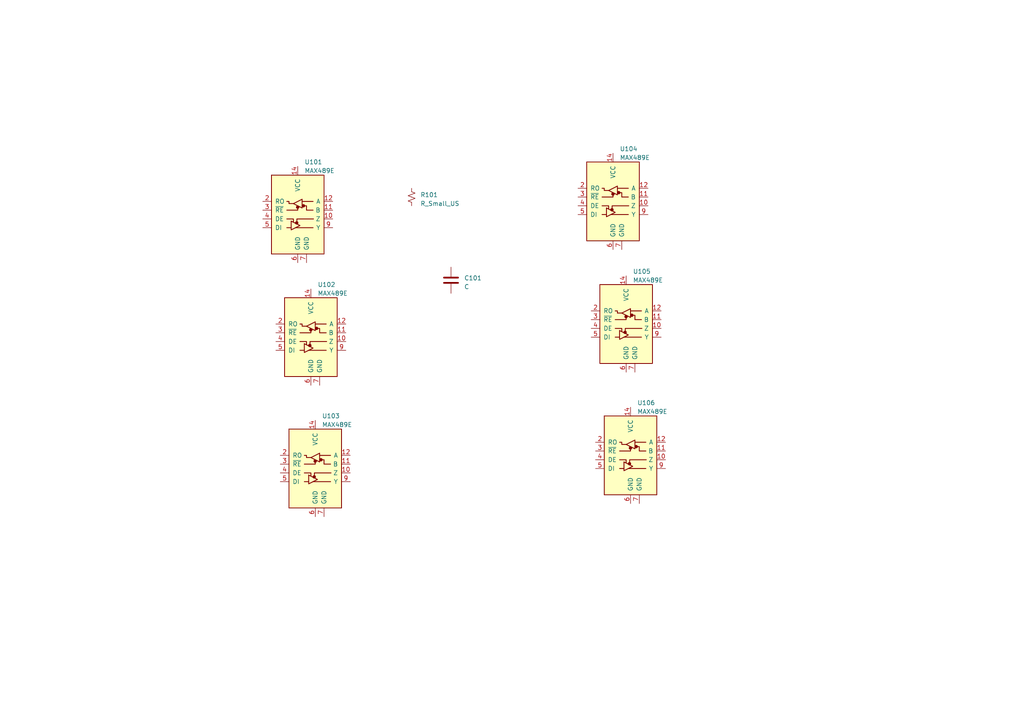
<source format=kicad_sch>
(kicad_sch (version 20230121) (generator eeschema)
  (paper "A4")
  (lib_symbols
    (symbol "Device:C" (pin_numbers hide) (pin_names (offset 0.254))
      (property "Reference" "C" (at 0.635 2.54 0))
      (property "Value" "C" (at 0.635 -2.54 0))
      (symbol "C_0_1"
        (polyline (pts (xy -2.032 -0.762) (xy 2.032 -0.762)) (stroke (width 0.508)))
        (polyline (pts (xy -2.032 0.762) (xy 2.032 0.762)) (stroke (width 0.508)))
      )
      (symbol "C_1_1"
        (pin passive line (at 0 3.81 270) (length 2.794) (name "~") (number "1"))
        (pin passive line (at 0 -3.81 90) (length 2.794) (name "~") (number "2"))
      )
    )
    (symbol "Device:R_Small_US" (pin_numbers hide) (pin_names (offset 0.254) hide)
      (property "Reference" "R" (at 0.762 0.508 0))
      (property "Value" "R_Small_US" (at 0.762 -1.016 0))
      (symbol "R_Small_US_1_1"
        (polyline (pts (xy 0 0) (xy 1.016 -0.381) (xy 0 -0.762) (xy -1.016 -1.143) (xy 0 -1.524)))
        (polyline (pts (xy 0 1.524) (xy 1.016 1.143) (xy 0 0.762) (xy -1.016 0.381) (xy 0 0)))
        (pin passive line (at 0 2.54 270) (length 1.016) (name "~") (number "1"))
        (pin passive line (at 0 -2.54 90) (length 1.016) (name "~") (number "2"))
      )
    )
    (symbol "Interface_UART:MAX489E" (pin_names (offset 1.016))
      (property "Reference" "U" (at -6.096 11.43 0))
      (property "Value" "MAX489E" (at 0.762 11.43 0))
      (symbol "MAX489E_0_1"
        (rectangle (start -7.62 10.16) (end 7.62 -12.7) (stroke (width 0.254)) (fill (type background)))
        (circle (center -0.3048 -3.683) (radius 0.3556) (stroke (width 0.254)) (fill (type outline)))
        (circle (center -0.0254 0.8636) (radius 0.3556) (stroke (width 0.254)) (fill (type outline)))
        (polyline (pts (xy -3.175 -5.08) (xy -1.905 -5.08)) (stroke (width 0.254)))
        (polyline (pts (xy -1.27 -3.2004) (xy -1.27 -3.4544)) (stroke (width 0.254)))
        (polyline (pts (xy -0.635 -5.08) (xy 4.445 -5.08)) (stroke (width 0.254)))
        (polyline (pts (xy 1.27 2.54) (xy 4.445 2.54)) (stroke (width 0.254)))
        (polyline (pts (xy -3.175 -2.54) (xy -1.27 -2.54) (xy -1.27 -3.175)) (stroke (width 0.254)))
        (polyline (pts (xy -0.254 -3.556) (xy -0.254 -2.54) (xy 4.572 -2.54)) (stroke (width 0.254)))
        (polyline (pts (xy 0 0.635) (xy 0 0) (xy -3.175 0)) (stroke (width 0.254)))
        (polyline (pts (xy -1.905 -3.175) (xy -1.905 -5.715) (xy 0.635 -4.445) (xy -1.905 -3.175)) (stroke (width 0.254)))
        (polyline (pts (xy -1.27 1.905) (xy -2.54 1.905) (xy -2.54 2.54) (xy -3.175 2.54)) (stroke (width 0.254)))
        (polyline (pts (xy -1.27 1.905) (xy 1.27 3.175) (xy 1.27 0.635) (xy -1.27 1.905)) (stroke (width 0.254)))
        (polyline (pts (xy 1.905 1.27) (xy 2.54 1.27) (xy 2.54 0) (xy 4.445 0)) (stroke (width 0.254)))
        (circle (center 1.651 1.27) (radius 0.3556) (stroke (width 0.254)) (fill (type outline)))
      )
      (symbol "MAX489E_1_1"
        (pin no_connect line (at -7.62 7.62 0) (length 2.54) hide (name "NC") (number "1"))
        (pin output line (at 10.16 -2.54 180) (length 2.54) (name "Z") (number "10"))
        (pin input line (at 10.16 0 180) (length 2.54) (name "B") (number "11"))
        (pin input line (at 10.16 2.54 180) (length 2.54) (name "A") (number "12"))
        (pin no_connect line (at 7.62 7.62 180) (length 2.54) hide (name "NC") (number "13"))
        (pin power_in line (at 0 12.7 270) (length 2.54) (name "VCC") (number "14"))
        (pin output line (at -10.16 2.54 0) (length 2.54) (name "RO") (number "2"))
        (pin input line (at -10.16 0 0) (length 2.54) (name "~{RE}") (number "3"))
        (pin input line (at -10.16 -2.54 0) (length 2.54) (name "DE") (number "4"))
        (pin input line (at -10.16 -5.08 0) (length 2.54) (name "DI") (number "5"))
        (pin power_in line (at 0 -15.24 90) (length 2.54) (name "GND") (number "6"))
        (pin power_in line (at 2.54 -15.24 90) (length 2.54) (name "GND") (number "7"))
        (pin no_connect line (at 7.62 -10.16 180) (length 2.54) hide (name "NC") (number "8"))
        (pin output line (at 10.16 -5.08 180) (length 2.54) (name "Y") (number "9"))
      )
    )
  )
  (symbol (lib_id "Interface_UART:MAX489E") (at 181.61 92.71 0) (unit 1)
    (property "Reference" "U105" (at 183.5659 78.74 0) (effects (justify left)))
    (property "Value" "MAX489E" (at 183.5659 81.28 0) (effects (justify left)))
    (property "Datasheet" "https://datasheets.maximintegrated.com/en/ds/MAX1487E-MAX491E.pdf" (effects hide))
  )
  (symbol (lib_id "Device:C") (at 130.81 81.28 0) (unit 1)
    (property "Reference" "C101" (at 134.62 80.645 0) (effects (justify left)))
    (property "Value" "C" (at 134.62 83.185 0) (effects (justify left)))
  )
  (symbol (lib_id "Interface_UART:MAX489E") (at 90.17 96.52 0) (unit 1)
    (property "Reference" "U102" (at 92.1259 82.55 0) (effects (justify left)))
    (property "Value" "MAX489E" (at 92.1259 85.09 0) (effects (justify left)))
    (property "Datasheet" "https://datasheets.maximintegrated.com/en/ds/MAX1487E-MAX491E.pdf" (effects hide))
  )
  (symbol (lib_id "Interface_UART:MAX489E") (at 182.88 130.81 0) (unit 1)
    (property "Reference" "U106" (at 184.8359 116.84 0) (effects (justify left)))
    (property "Value" "MAX489E" (at 184.8359 119.38 0) (effects (justify left)))
    (property "Datasheet" "https://datasheets.maximintegrated.com/en/ds/MAX1487E-MAX491E.pdf" (effects hide))
  )
  (symbol (lib_id "Device:R_Small_US") (at 119.38 57.15 0) (unit 1)
    (property "Reference" "R101" (at 121.92 56.515 0) (effects (justify left)))
    (property "Value" "R_Small_US" (at 121.92 59.055 0) (effects (justify left)))
  )
  (symbol (lib_id "Interface_UART:MAX489E") (at 86.36 60.96 0) (unit 1)
    (property "Reference" "U101" (at 88.3159 46.99 0) (effects (justify left)))
    (property "Value" "MAX489E" (at 88.3159 49.53 0) (effects (justify left)))
    (property "Datasheet" "https://datasheets.maximintegrated.com/en/ds/MAX1487E-MAX491E.pdf" (effects hide))
  )
  (symbol (lib_id "Interface_UART:MAX489E") (at 177.8 57.15 0) (unit 1)
    (property "Reference" "U104" (at 179.7559 43.18 0) (effects (justify left)))
    (property "Value" "MAX489E" (at 179.7559 45.72 0) (effects (justify left)))
    (property "Datasheet" "https://datasheets.maximintegrated.com/en/ds/MAX1487E-MAX491E.pdf" (effects hide))
  )
  (symbol (lib_id "Interface_UART:MAX489E") (at 91.44 134.62 0) (unit 1)
    (property "Reference" "U103" (at 93.3959 120.65 0) (effects (justify left)))
    (property "Value" "MAX489E" (at 93.3959 123.19 0) (effects (justify left)))
    (property "Datasheet" "https://datasheets.maximintegrated.com/en/ds/MAX1487E-MAX491E.pdf" (effects hide))
  )
)
</source>
